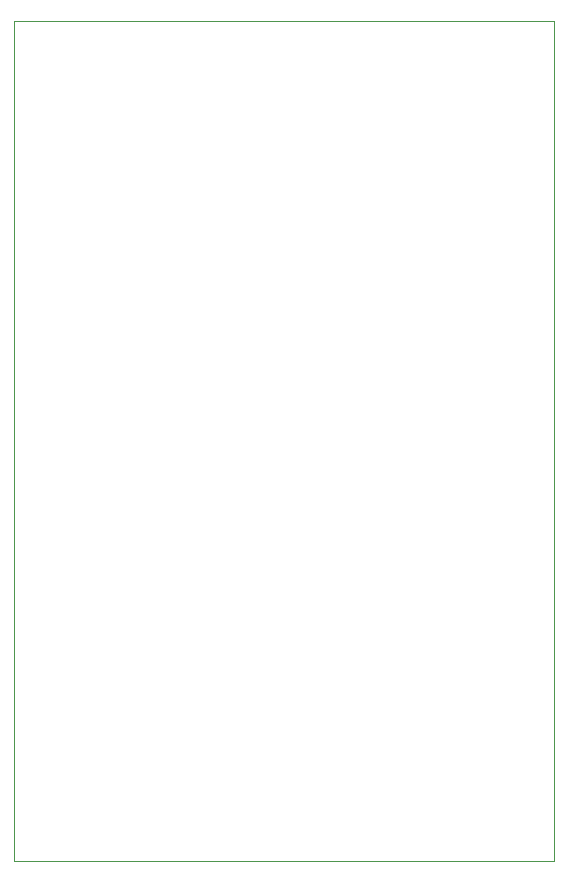
<source format=gbr>
G04 #@! TF.GenerationSoftware,KiCad,Pcbnew,5.0.2*
G04 #@! TF.CreationDate,2019-03-01T11:34:39+03:00*
G04 #@! TF.ProjectId,xmobile,786d6f62-696c-4652-9e6b-696361645f70,rev?*
G04 #@! TF.SameCoordinates,Original*
G04 #@! TF.FileFunction,Profile,NP*
%FSLAX46Y46*%
G04 Gerber Fmt 4.6, Leading zero omitted, Abs format (unit mm)*
G04 Created by KiCad (PCBNEW 5.0.2) date Пт 01 мар 2019 11:34:39*
%MOMM*%
%LPD*%
G01*
G04 APERTURE LIST*
%ADD10C,0.100000*%
G04 APERTURE END LIST*
D10*
X190500000Y-68580000D02*
X144780000Y-68580000D01*
X190500000Y-139700000D02*
X144780000Y-139700000D01*
X190500000Y-68580000D02*
X190500000Y-139700000D01*
X144780000Y-139700000D02*
X144780000Y-68580000D01*
M02*

</source>
